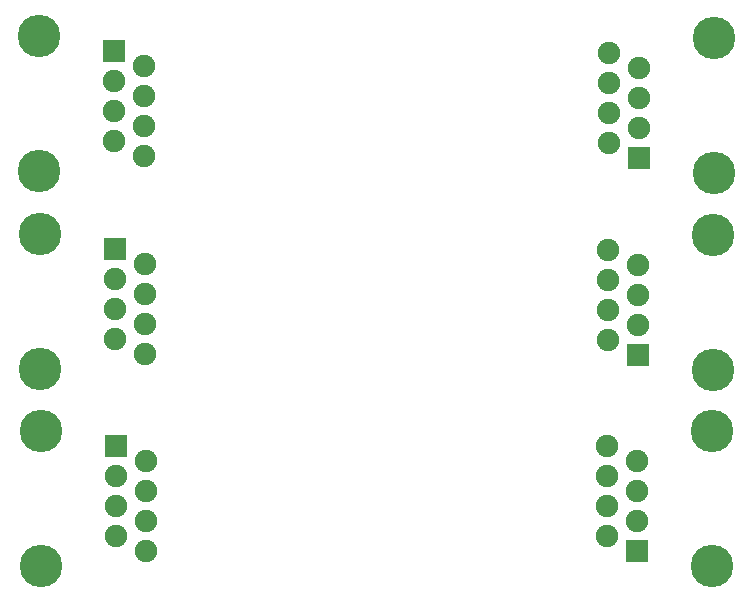
<source format=gbr>
G04 #@! TF.GenerationSoftware,KiCad,Pcbnew,(5.0.0)*
G04 #@! TF.CreationDate,2019-03-30T00:16:56-04:00*
G04 #@! TF.ProjectId,EthTester,4574685465737465722E6B696361645F,rev?*
G04 #@! TF.SameCoordinates,Original*
G04 #@! TF.FileFunction,Soldermask,Bot*
G04 #@! TF.FilePolarity,Negative*
%FSLAX46Y46*%
G04 Gerber Fmt 4.6, Leading zero omitted, Abs format (unit mm)*
G04 Created by KiCad (PCBNEW (5.0.0)) date 03/30/19 00:16:56*
%MOMM*%
%LPD*%
G01*
G04 APERTURE LIST*
%ADD10C,3.600000*%
%ADD11R,1.900000X1.900000*%
%ADD12C,1.900000*%
G04 APERTURE END LIST*
D10*
G04 #@! TO.C,J1*
X102697280Y-99095560D03*
X102697280Y-87665560D03*
D11*
X109047280Y-88935560D03*
D12*
X111587280Y-90205560D03*
X109047280Y-91475560D03*
X111587280Y-92745560D03*
X109047280Y-94015560D03*
X111587280Y-95285560D03*
X109047280Y-96555560D03*
X111587280Y-97825560D03*
G04 #@! TD*
D10*
G04 #@! TO.C,J2*
X102809040Y-115747800D03*
X102809040Y-104317800D03*
D11*
X109159040Y-105587800D03*
D12*
X111699040Y-106857800D03*
X109159040Y-108127800D03*
X111699040Y-109397800D03*
X109159040Y-110667800D03*
X111699040Y-111937800D03*
X109159040Y-113207800D03*
X111699040Y-114477800D03*
G04 #@! TD*
D10*
G04 #@! TO.C,J3*
X159760920Y-71048880D03*
X159760920Y-82478880D03*
D11*
X153410920Y-81208880D03*
D12*
X150870920Y-79938880D03*
X153410920Y-78668880D03*
X150870920Y-77398880D03*
X153410920Y-76128880D03*
X150870920Y-74858880D03*
X153410920Y-73588880D03*
X150870920Y-72318880D03*
G04 #@! TD*
G04 #@! TO.C,J4*
X150764240Y-88976200D03*
X153304240Y-90246200D03*
X150764240Y-91516200D03*
X153304240Y-92786200D03*
X150764240Y-94056200D03*
X153304240Y-95326200D03*
X150764240Y-96596200D03*
D11*
X153304240Y-97866200D03*
D10*
X159654240Y-99136200D03*
X159654240Y-87706200D03*
G04 #@! TD*
D12*
G04 #@! TO.C,J5*
X150657560Y-105628440D03*
X153197560Y-106898440D03*
X150657560Y-108168440D03*
X153197560Y-109438440D03*
X150657560Y-110708440D03*
X153197560Y-111978440D03*
X150657560Y-113248440D03*
D11*
X153197560Y-114518440D03*
D10*
X159547560Y-115788440D03*
X159547560Y-104358440D03*
G04 #@! TD*
D12*
G04 #@! TO.C,J6*
X111506000Y-81026000D03*
X108966000Y-79756000D03*
X111506000Y-78486000D03*
X108966000Y-77216000D03*
X111506000Y-75946000D03*
X108966000Y-74676000D03*
X111506000Y-73406000D03*
D11*
X108966000Y-72136000D03*
D10*
X102616000Y-70866000D03*
X102616000Y-82296000D03*
G04 #@! TD*
M02*

</source>
